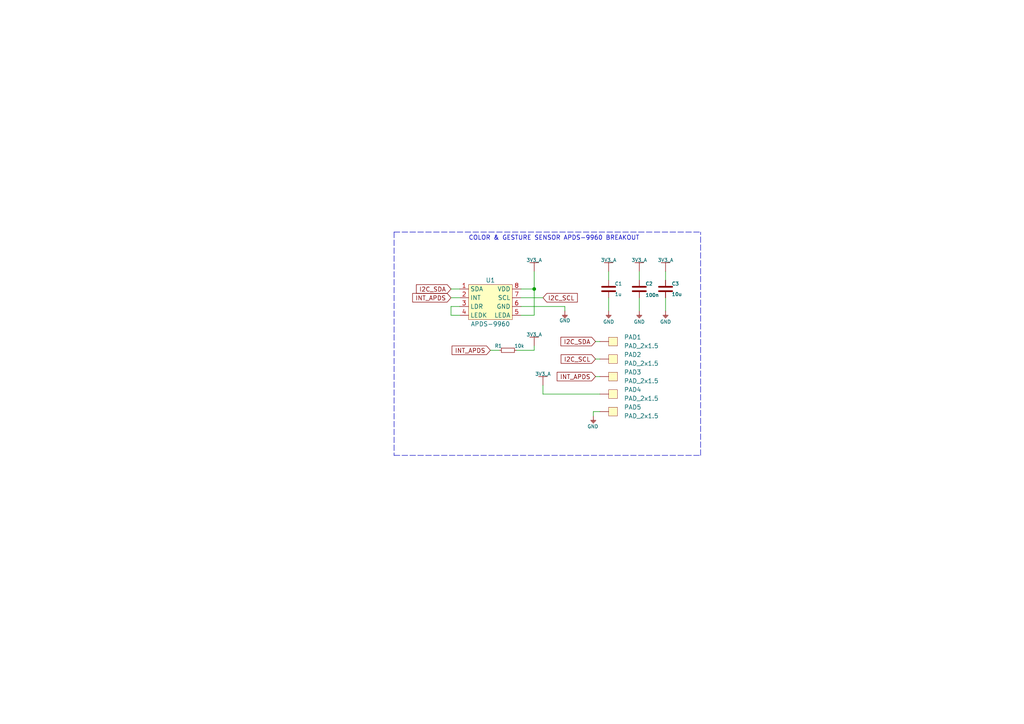
<source format=kicad_sch>
(kicad_sch (version 20211123) (generator eeschema)
  (paper "A4")
  (title_block (title "Soldered Inkplate PLUS2") (date "2023-04-13") (rev "V1.1.0.") (company "SOLDERED"))
  (lib_symbols
    (symbol "0603C_1" (pin_numbers hide) (pin_names (offset 0.002))
      (property "Reference" "C" (at 0 3.81 0))
      (property "Value" "0603C_1" (at 0 -3.175 0))
      (symbol "0603C_1_0_1"
        (polyline (pts (xy -0.635 1.905) (xy -0.635 -1.905)) (stroke (width 0.5)))
        (polyline (pts (xy 0.635 1.905) (xy 0.635 -1.905)) (stroke (width 0.5)))
      )
      (symbol "0603C_1_1_1"
        (pin passive line (at -2.54 0 0) (length 1.9) (name "~") (number "1"))
        (pin passive line (at 2.54 0 180) (length 1.9) (name "~") (number "2"))
      )
    )
    (symbol "e-radionica.com schematics:0603C" (pin_numbers hide) (pin_names (offset 0.002))
      (property "Reference" "C" (at 0 3.81 0))
      (property "Value" "0603C" (at 0 -3.175 0))
      (symbol "0603C_0_1"
        (polyline (pts (xy -0.635 1.905) (xy -0.635 -1.905)) (stroke (width 0.5)))
        (polyline (pts (xy 0.635 1.905) (xy 0.635 -1.905)) (stroke (width 0.5)))
      )
      (symbol "0603C_1_1"
        (pin passive line (at -2.54 0 0) (length 1.9) (name "~") (number "1"))
        (pin passive line (at 2.54 0 180) (length 1.9) (name "~") (number "2"))
      )
    )
    (symbol "e-radionica.com schematics:0603R" (pin_numbers hide) (pin_names (offset 0.254))
      (property "Reference" "R" (at 0 1.27 0))
      (property "Value" "0603R" (at 0 -1.905 0))
      (symbol "0603R_0_1"
        (rectangle (start -1.905 0.635) (end 1.905 -0.635) (stroke (width 0.15)))
      )
      (symbol "0603R_1_1"
        (pin passive line (at -2.54 0 0) (length 0.63) (name "~") (number "1"))
        (pin passive line (at 2.54 0 180) (length 0.63) (name "~") (number "2"))
      )
    )
    (symbol "e-radionica.com schematics:1206C" (pin_numbers hide)
      (property "Reference" "C" (at 0 3.81 0))
      (property "Value" "1206C" (at 0 -3.175 0))
      (symbol "1206C_0_1"
        (polyline (pts (xy -0.635 1.905) (xy -0.635 -1.905)) (stroke (width 0.5)))
        (polyline (pts (xy 0.635 1.905) (xy 0.635 -1.905)) (stroke (width 0.5)))
      )
      (symbol "1206C_1_1"
        (pin passive line (at -2.54 0 0) (length 1.9) (name "~") (number "1"))
        (pin passive line (at 2.54 0 180) (length 1.9) (name "~") (number "2"))
      )
    )
    (symbol "e-radionica.com schematics:3V3_A" (power) (pin_names (offset 0))
      (property "Value" "3V3_A" (at 0 3.556 0))
      (symbol "3V3_A_0_1"
        (polyline (pts (xy -1.27 2.54) (xy 1.27 2.54)) (stroke (width 0.16)))
        (polyline (pts (xy 0 0) (xy 0 2.54)))
      )
      (symbol "3V3_A_1_1"
        (pin power_in line (at 0 0 90) (length 0) hide (name "3V3_A") (number "1"))
      )
    )
    (symbol "e-radionica.com schematics:APDS-9960"
      (property "Reference" "U" (at 0 6.35 0))
      (property "Value" "APDS-9960" (at 0 -6.35 0))
      (symbol "APDS-9960_0_1"
        (rectangle (start -6.35 5.08) (end 6.35 -5.08) (stroke (width 0.1)) (fill (type background)))
      )
      (symbol "APDS-9960_1_1"
        (pin bidirectional line (at -8.89 3.81 0) (length 2.54) (name "SDA") (number "1"))
        (pin bidirectional line (at -8.89 1.27 0) (length 2.54) (name "INT") (number "2"))
        (pin bidirectional line (at -8.89 -1.27 0) (length 2.54) (name "LDR") (number "3"))
        (pin bidirectional line (at -8.89 -3.81 0) (length 2.54) (name "LEDK") (number "4"))
        (pin bidirectional line (at 8.89 -3.81 180) (length 2.54) (name "LEDA") (number "5"))
        (pin power_in line (at 8.89 -1.27 180) (length 2.54) (name "GND") (number "6"))
        (pin bidirectional line (at 8.89 1.27 180) (length 2.54) (name "SCL") (number "7"))
        (pin power_in line (at 8.89 3.81 180) (length 2.54) (name "VDD") (number "8"))
      )
    )
    (symbol "e-radionica.com schematics:GND" (power) (pin_names (offset 0))
      (property "Value" "GND" (at 0 -2.921 0))
      (symbol "GND_0_1"
        (polyline (pts (xy -0.762 -1.27) (xy 0.762 -1.27)) (stroke (width 0.16)))
        (polyline (pts (xy -0.635 -1.524) (xy 0.635 -1.524)) (stroke (width 0.16)))
        (polyline (pts (xy -0.381 -1.778) (xy 0.381 -1.778)) (stroke (width 0.16)))
        (polyline (pts (xy -0.127 -2.032) (xy 0.127 -2.032)) (stroke (width 0.16)))
        (polyline (pts (xy 0 0) (xy 0 -1.27)) (stroke (width 0.16)))
      )
      (symbol "GND_1_1"
        (pin power_in line (at 0 0 270) (length 0) hide (name "GND") (number "1"))
      )
    )
    (symbol "e-radionica.com schematics:PAD_2x1.5" (pin_numbers hide) (pin_names hide)
      (property "Reference" "PAD" (at 0 2.54 0))
      (property "Value" "PAD_2x1.5" (at 0 -2.54 0))
      (symbol "PAD_2x1.5_0_1"
        (rectangle (start -1.27 1.27) (end 1.27 -1.27) (stroke (width 0.1)) (fill (type background)))
      )
      (symbol "PAD_2x1.5_1_1"
        (pin passive line (at -3.81 0 0) (length 2.54) (name "~") (number "1"))
      )
    )
  )
  (junction (at 154.94 83.82))
  (polyline (pts (xy 114.3 67.31) (xy 203.2 67.31)))
  (wire (pts (xy 130.81 88.9) (xy 133.35 88.9)))
  (wire (pts (xy 176.53 86.36) (xy 176.53 90.17)))
  (polyline (pts (xy 203.2 132.08) (xy 203.2 67.31)))
  (wire (pts (xy 163.83 90.17) (xy 163.83 88.9)))
  (wire (pts (xy 130.81 91.44) (xy 130.81 88.9)))
  (wire (pts (xy 172.72 99.06) (xy 173.99 99.06)))
  (wire (pts (xy 173.99 114.3) (xy 157.48 114.3)))
  (wire (pts (xy 149.86 101.6) (xy 154.94 101.6)))
  (wire (pts (xy 172.085 119.38) (xy 173.99 119.38)))
  (wire (pts (xy 154.94 91.44) (xy 154.94 83.82)))
  (wire (pts (xy 151.13 91.44) (xy 154.94 91.44)))
  (wire (pts (xy 172.72 109.22) (xy 173.99 109.22)))
  (wire (pts (xy 172.085 120.65) (xy 172.085 119.38)))
  (wire (pts (xy 172.72 104.14) (xy 173.99 104.14)))
  (wire (pts (xy 154.94 83.82) (xy 151.13 83.82)))
  (wire (pts (xy 176.53 78.74) (xy 176.53 81.28)))
  (wire (pts (xy 154.94 78.74) (xy 154.94 83.82)))
  (polyline (pts (xy 114.3 67.31) (xy 114.3 132.08)))
  (wire (pts (xy 130.81 86.36) (xy 133.35 86.36)))
  (wire (pts (xy 157.48 111.76) (xy 157.48 114.3)))
  (wire (pts (xy 193.04 78.74) (xy 193.04 81.28)))
  (wire (pts (xy 154.94 100.33) (xy 154.94 101.6)))
  (wire (pts (xy 142.24 101.6) (xy 144.78 101.6)))
  (wire (pts (xy 163.83 88.9) (xy 151.13 88.9)))
  (wire (pts (xy 130.81 83.82) (xy 133.35 83.82)))
  (wire (pts (xy 133.35 91.44) (xy 130.81 91.44)))
  (wire (pts (xy 185.42 78.74) (xy 185.42 81.28)))
  (wire (pts (xy 157.48 86.36) (xy 151.13 86.36)))
  (wire (pts (xy 185.42 86.36) (xy 185.42 90.17)))
  (wire (pts (xy 193.04 86.36) (xy 193.04 90.17)))
  (polyline (pts (xy 114.3 132.08) (xy 203.2 132.08)))
  (text "COLOR & GESTURE SENSOR APDS-9960 BREAKOUT" (at 135.89 69.85 0) (effects (font (size 1.27 1.27)) (justify left bottom)))
  (global_label "I2C_SDA" (shape input) (at 130.81 83.82 180) (property "Intersheet References" "${INTERSHEET_REFS}" (effects hide)))
  (global_label "I2C_SCL" (shape input) (at 172.72 104.14 180) (property "Intersheet References" "${INTERSHEET_REFS}" (effects hide)))
  (global_label "INT_APDS" (shape input) (at 130.81 86.36 180) (property "Intersheet References" "${INTERSHEET_REFS}" (effects hide)))
  (global_label "I2C_SCL" (shape input) (at 157.48 86.36 0) (property "Intersheet References" "${INTERSHEET_REFS}" (effects hide)))
  (global_label "INT_APDS" (shape input) (at 172.72 109.22 180) (property "Intersheet References" "${INTERSHEET_REFS}" (effects hide)))
  (global_label "I2C_SDA" (shape input) (at 172.72 99.06 180) (property "Intersheet References" "${INTERSHEET_REFS}" (effects hide)))
  (global_label "INT_APDS" (shape input) (at 142.24 101.6 180) (property "Intersheet References" "${INTERSHEET_REFS}" (effects hide)))
  (symbol (lib_id "e-radionica.com schematics:GND") (at 185.42 90.17 0) (unit 1)
    (property "Reference" "#PWR0108" (effects hide))
    (property "Value" "GND" (at 185.42 93.345 0) (effects (font (size 1 1))))
  )
  (symbol (lib_id "e-radionica.com schematics:APDS-9960") (at 142.24 87.63 0) (unit 1)
    (property "Reference" "U1" (at 142.24 81.28 0))
    (property "Value" "APDS-9960" (at 142.24 93.98 0))
    (property "Footprint" "e-radionica.com footprinti:APDS-9960" (effects hide))
  )
  (symbol (lib_id "e-radionica.com schematics:PAD_2x1.5") (at 177.8 104.14 0) (unit 1)
    (property "Reference" "PAD2" (at 180.975 102.8699 0) (effects (justify left)))
    (property "Value" "PAD_2x1.5" (at 180.975 105.4099 0) (effects (justify left)))
    (property "Footprint" "e-radionica.com footprinti:PAD_2x1.5" (effects hide))
  )
  (symbol (lib_id "e-radionica.com schematics:3V3_A") (at 193.04 78.74 0) (unit 1)
    (property "Reference" "#PWR0107" (effects hide))
    (property "Value" "3V3_A" (at 193.04 75.438 0) (effects (font (size 1 1))))
  )
  (symbol (lib_id "e-radionica.com schematics:GND") (at 172.085 120.65 0) (unit 1)
    (property "Reference" "#PWR0111" (effects hide))
    (property "Value" "GND" (at 171.958 123.698 0) (effects (font (size 1 1))))
  )
  (symbol (lib_id "e-radionica.com schematics:GND") (at 163.83 90.17 0) (unit 1)
    (property "Reference" "#PWR0105" (effects hide))
    (property "Value" "GND" (at 163.83 92.964 0) (effects (font (size 1 1))))
  )
  (symbol (lib_id "e-radionica.com schematics:1206C") (at 193.04 83.82 90) (unit 1)
    (property "Reference" "C3" (at 194.818 82.296 90) (effects (font (size 1 1)) (justify right)))
    (property "Value" "10u" (at 194.818 85.344 90) (effects (font (size 1 1)) (justify right)))
    (property "Footprint" "e-radionica.com footprinti:1206C" (effects hide))
  )
  (symbol (lib_id "e-radionica.com schematics:PAD_2x1.5") (at 177.8 114.3 0) (unit 1)
    (property "Reference" "PAD4" (at 180.975 113.0299 0) (effects (justify left)))
    (property "Value" "PAD_2x1.5" (at 180.975 115.5699 0) (effects (justify left)))
    (property "Footprint" "e-radionica.com footprinti:PAD_2x1.5" (effects hide))
  )
  (symbol (lib_id "e-radionica.com schematics:PAD_2x1.5") (at 177.8 119.38 0) (unit 1)
    (property "Reference" "PAD5" (at 180.975 118.1099 0) (effects (justify left)))
    (property "Value" "PAD_2x1.5" (at 180.975 120.6499 0) (effects (justify left)))
    (property "Footprint" "e-radionica.com footprinti:PAD_2x1.5" (effects hide))
  )
  (symbol (lib_id "e-radionica.com schematics:3V3_A") (at 185.42 78.74 0) (unit 1)
    (property "Reference" "#PWR0101" (effects hide))
    (property "Value" "3V3_A" (at 185.42 75.438 0) (effects (font (size 1 1))))
  )
  (symbol (lib_id "e-radionica.com schematics:PAD_2x1.5") (at 177.8 99.06 0) (unit 1)
    (property "Reference" "PAD1" (at 180.975 97.7899 0) (effects (justify left)))
    (property "Value" "PAD_2x1.5" (at 180.975 100.3299 0) (effects (justify left)))
    (property "Footprint" "e-radionica.com footprinti:PAD_2x1.5" (effects hide))
  )
  (symbol (lib_id "e-radionica.com schematics:0603C") (at 185.42 83.82 90) (unit 1)
    (property "Reference" "C2" (at 187.198 82.296 90) (effects (font (size 1 1)) (justify right)))
    (property "Value" "100n" (at 187.198 85.598 90) (effects (font (size 1 1)) (justify right)))
    (property "Footprint" "e-radionica.com footprinti:0603C" (effects hide))
  )
  (symbol (lib_id "e-radionica.com schematics:GND") (at 176.53 90.17 0) (unit 1)
    (property "Reference" "#PWR0109" (effects hide))
    (property "Value" "GND" (at 176.53 93.345 0) (effects (font (size 1 1))))
  )
  (symbol (lib_name "0603C_1") (lib_id "e-radionica.com schematics:0603C") (at 176.53 83.82 90) (unit 1)
    (property "Reference" "C1" (at 178.308 82.296 90) (effects (font (size 1 1)) (justify right)))
    (property "Value" "1u" (at 178.308 85.344 90) (effects (font (size 1 1)) (justify right)))
    (property "Footprint" "e-radionica.com footprinti:0603C" (effects hide))
  )
  (symbol (lib_id "e-radionica.com schematics:3V3_A") (at 154.94 78.74 0) (unit 1)
    (property "Reference" "#PWR0104" (effects hide))
    (property "Value" "3V3_A" (at 154.94 75.438 0) (effects (font (size 1 1))))
  )
  (symbol (lib_id "e-radionica.com schematics:PAD_2x1.5") (at 177.8 109.22 0) (unit 1)
    (property "Reference" "PAD3" (at 180.975 107.9499 0) (effects (justify left)))
    (property "Value" "PAD_2x1.5" (at 180.975 110.4899 0) (effects (justify left)))
    (property "Footprint" "e-radionica.com footprinti:PAD_2x1.5" (effects hide))
  )
  (symbol (lib_id "e-radionica.com schematics:3V3_A") (at 157.48 111.76 0) (unit 1)
    (property "Reference" "#PWR0110" (effects hide))
    (property "Value" "3V3_A" (at 157.48 108.458 0) (effects (font (size 1 1))))
  )
  (symbol (lib_id "e-radionica.com schematics:GND") (at 193.04 90.17 0) (unit 1)
    (property "Reference" "#PWR0106" (effects hide))
    (property "Value" "GND" (at 193.04 93.345 0) (effects (font (size 1 1))))
  )
  (symbol (lib_id "e-radionica.com schematics:0603R") (at 147.32 101.6 0) (unit 1)
    (property "Reference" "R1" (at 144.526 100.33 0) (effects (font (size 1 1))))
    (property "Value" "10k" (at 150.622 100.33 0) (effects (font (size 1 1))))
    (property "Footprint" "e-radionica.com footprinti:0603R" (effects hide))
  )
  (symbol (lib_id "e-radionica.com schematics:3V3_A") (at 176.53 78.74 0) (unit 1)
    (property "Reference" "#PWR0102" (effects hide))
    (property "Value" "3V3_A" (at 176.53 75.438 0) (effects (font (size 1 1))))
  )
  (symbol (lib_id "e-radionica.com schematics:3V3_A") (at 154.94 100.33 0) (unit 1)
    (property "Reference" "#PWR0103" (effects hide))
    (property "Value" "3V3_A" (at 154.94 97.028 0) (effects (font (size 1 1))))
  )
)
</source>
